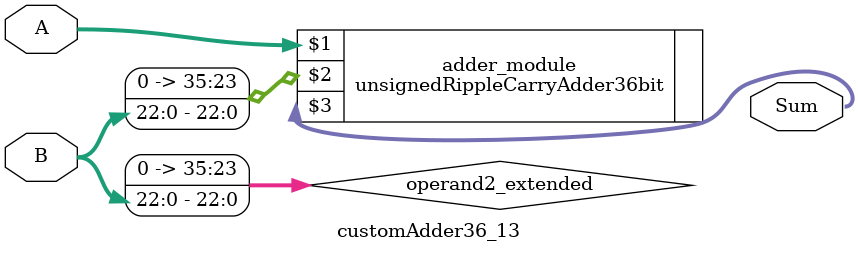
<source format=v>
module customAdder36_13(
                        input [35 : 0] A,
                        input [22 : 0] B,
                        
                        output [36 : 0] Sum
                );

        wire [35 : 0] operand2_extended;
        
        assign operand2_extended =  {13'b0, B};
        
        unsignedRippleCarryAdder36bit adder_module(
            A,
            operand2_extended,
            Sum
        );
        
        endmodule
        
</source>
